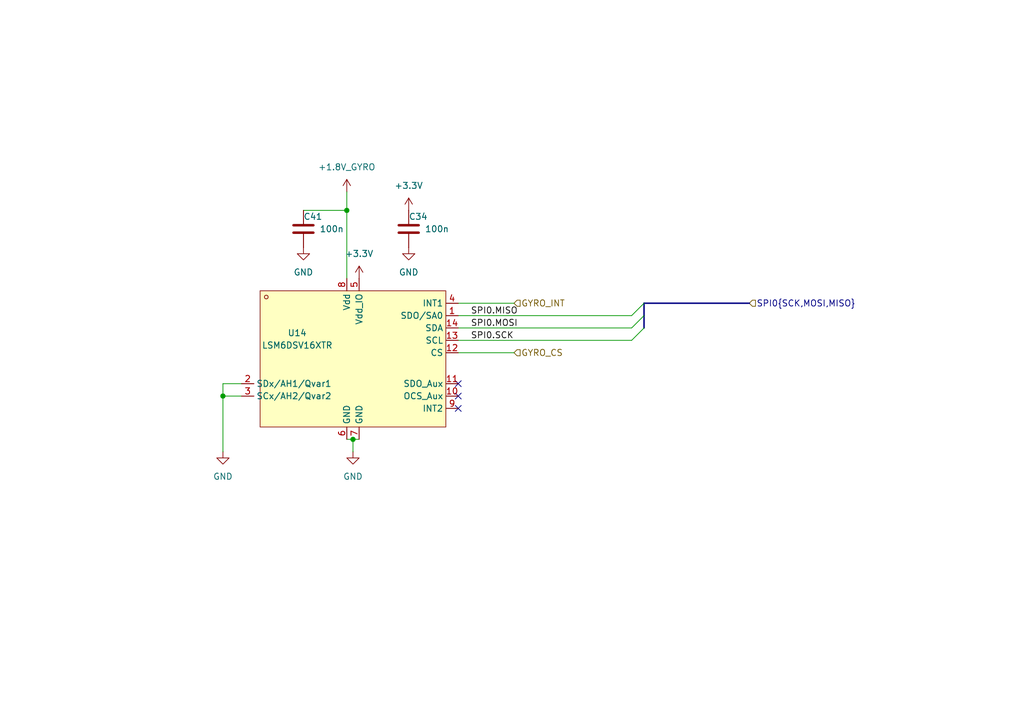
<source format=kicad_sch>
(kicad_sch (version 20250114) (generator "eeschema") (generator_version "9.0")
  (paper "A5")
  (lib_symbols
    (symbol "+3.3V_1" (power) (pin_numbers (hide yes)) (pin_names (offset 0) (hide yes))
      (property "Value" "+3.3V" (at 0 3.556 0))
      (symbol "+3.3V_1_0_1"
        (polyline (pts (xy -0.762 1.27) (xy 0 2.54)))
        (polyline (pts (xy 0 2.54) (xy 0.762 1.27)))
        (polyline (pts (xy 0 0) (xy 0 2.54)))
      )
      (symbol "+3.3V_1_1_1"
        (pin power_in line (at 0 0 90) (length 0) (name "~") (number "1"))
      )
    )
    (symbol "Device:C" (pin_numbers (hide yes)) (pin_names (offset 0.254))
      (property "Reference" "C" (at 0.635 2.54 0))
      (property "Value" "C" (at 0.635 -2.54 0))
      (symbol "C_0_1"
        (polyline (pts (xy -2.032 0.762) (xy 2.032 0.762)) (stroke (width 0.508)))
        (polyline (pts (xy -2.032 -0.762) (xy 2.032 -0.762)) (stroke (width 0.508)))
      )
      (symbol "C_1_1"
        (pin passive line (at 0 3.81 270) (length 2.794) (name "~") (number "1"))
        (pin passive line (at 0 -3.81 90) (length 2.794) (name "~") (number "2"))
      )
    )
    (symbol "lib:LSM6DSV16XTR"
      (property "Reference" "U" (at -1.27 12.7 0))
      (property "Value" "LSM6DSV16XTR" (at -16.51 -19.558 0))
      (symbol "LSM6DSV16XTR_0_1"
        (rectangle (start -19.05 10.16) (end 19.05 -17.78) (fill (type background)))
        (circle (center -17.78 8.89) (radius 0.38))
        (pin unspecified line (at -22.86 -8.89 0) (length 2.54) (name "SDx/AH1/Qvar1") (number "2"))
        (pin unspecified line (at -22.86 -11.43 0) (length 2.54) (name "SCx/AH2/Qvar2") (number "3"))
        (pin unspecified line (at -1.27 12.7 270) (length 2.54) (name "Vdd") (number "8"))
        (pin unspecified line (at -1.27 -20.32 90) (length 2.54) (name "GND") (number "6"))
        (pin unspecified line (at 1.27 12.7 270) (length 2.54) (name "Vdd_IO") (number "5"))
        (pin unspecified line (at 1.27 -20.32 90) (length 2.54) (name "GND") (number "7"))
        (pin unspecified line (at 21.59 7.62 180) (length 2.54) (name "INT1") (number "4"))
        (pin unspecified line (at 21.59 5.08 180) (length 2.54) (name "SDO/SA0") (number "1"))
        (pin unspecified line (at 21.59 2.54 180) (length 2.54) (name "SDA") (number "14"))
        (pin unspecified line (at 21.59 0 180) (length 2.54) (name "SCL") (number "13"))
        (pin unspecified line (at 21.59 -2.54 180) (length 2.54) (name "CS") (number "12"))
        (pin unspecified line (at 21.59 -8.89 180) (length 2.54) (name "SDO_Aux") (number "11"))
        (pin unspecified line (at 21.59 -11.43 180) (length 2.54) (name "OCS_Aux") (number "10"))
        (pin unspecified line (at 21.59 -13.97 180) (length 2.54) (name "INT2") (number "9"))
      )
    )
    (symbol "power:+3.3V" (power) (pin_numbers (hide yes)) (pin_names (offset 0) (hide yes))
      (property "Value" "+3.3V" (at 0 3.556 0))
      (symbol "+3.3V_0_1"
        (polyline (pts (xy -0.762 1.27) (xy 0 2.54)))
        (polyline (pts (xy 0 2.54) (xy 0.762 1.27)))
        (polyline (pts (xy 0 0) (xy 0 2.54)))
      )
      (symbol "+3.3V_1_1"
        (pin power_in line (at 0 0 90) (length 0) (name "~") (number "1"))
      )
    )
    (symbol "power:GND" (power) (pin_numbers (hide yes)) (pin_names (offset 0) (hide yes))
      (property "Value" "GND" (at 0 -3.81 0))
      (symbol "GND_0_1"
        (polyline (pts (xy 0 0) (xy 0 -1.27) (xy 1.27 -1.27) (xy 0 -2.54) (xy -1.27 -1.27) (xy 0 -1.27)))
      )
      (symbol "GND_1_1"
        (pin power_in line (at 0 0 270) (length 0) (name "~") (number "1"))
      )
    )
  )
  (junction (at 72.39 90.17))
  (junction (at 71.12 43.18))
  (junction (at 45.72 81.28))
  (no_connect (at 93.98 78.74))
  (no_connect (at 93.98 83.82))
  (no_connect (at 93.98 81.28))
  (bus_entry (at 129.54 67.31) (size 2.54 -2.54))
  (bus_entry (at 129.54 64.77) (size 2.54 -2.54))
  (bus_entry (at 129.54 69.85) (size 2.54 -2.54))
  (wire (pts (xy 93.98 72.39) (xy 105.41 72.39)))
  (wire (pts (xy 93.98 64.77) (xy 129.54 64.77)))
  (wire (pts (xy 71.12 39.37) (xy 71.12 43.18)))
  (wire (pts (xy 45.72 92.71) (xy 45.72 81.28)))
  (wire (pts (xy 71.12 90.17) (xy 72.39 90.17)))
  (wire (pts (xy 93.98 69.85) (xy 129.54 69.85)))
  (wire (pts (xy 93.98 62.23) (xy 105.41 62.23)))
  (bus (pts (xy 132.08 64.77) (xy 132.08 62.23)))
  (wire (pts (xy 45.72 81.28) (xy 49.53 81.28)))
  (wire (pts (xy 72.39 90.17) (xy 72.39 92.71)))
  (bus (pts (xy 132.08 62.23) (xy 153.67 62.23)))
  (bus (pts (xy 132.08 67.31) (xy 132.08 64.77)))
  (wire (pts (xy 72.39 90.17) (xy 73.66 90.17)))
  (wire (pts (xy 62.23 43.18) (xy 71.12 43.18)))
  (wire (pts (xy 93.98 67.31) (xy 129.54 67.31)))
  (wire (pts (xy 45.72 78.74) (xy 49.53 78.74)))
  (wire (pts (xy 45.72 81.28) (xy 45.72 78.74)))
  (wire (pts (xy 71.12 43.18) (xy 71.12 57.15)))
  (label "SPI0.MOSI" (at 96.52 67.31 0))
  (label "SPI0.MISO" (at 96.52 64.77 0))
  (label "SPI0.SCK" (at 96.52 69.85 0))
  (hierarchical_label "GYRO_CS" (shape input) (at 105.41 72.39 0))
  (hierarchical_label "SPI0{SCK,MOSI,MISO}" (shape input) (at 153.67 62.23 0))
  (hierarchical_label "GYRO_INT" (shape input) (at 105.41 62.23 0))
  (symbol (lib_name "+3.3V_1") (lib_id "power:+3.3V") (at 83.82 43.18 0) (unit 1)
    (property "Reference" "#PWR05" (effects (hide yes)))
    (property "Value" "+3.3V" (at 83.82 38.1 0))
    (property "Description" "Power symbol creates a global label with name \"+3.3V\"" (effects (hide yes)))
  )
  (symbol (lib_id "power:GND") (at 45.72 92.71 0) (unit 1)
    (property "Reference" "#PWR031" (effects (hide yes)))
    (property "Value" "GND" (at 45.72 97.79 0))
    (property "Description" "Power symbol creates a global label with name \"GND\" , ground" (effects (hide yes)))
  )
  (symbol (lib_id "power:GND") (at 83.82 50.8 0) (unit 1)
    (property "Reference" "#PWR010" (effects (hide yes)))
    (property "Value" "GND" (at 83.82 55.88 0))
    (property "Description" "Power symbol creates a global label with name \"GND\" , ground" (effects (hide yes)))
  )
  (symbol (lib_id "Device:C") (at 62.23 46.99 0) (unit 1)
    (property "Reference" "C41" (at 62.23 44.45 0) (effects (justify left)))
    (property "Value" "100n" (at 65.532 46.99 0) (effects (justify left)))
    (property "Footprint" "Capacitor_SMD:C_0201_0603Metric" (effects (hide yes)))
    (property "LCSC" "C76939" (effects (hide yes)))
  )
  (symbol (lib_id "power:+3.3V") (at 71.12 39.37 0) (unit 1)
    (property "Reference" "#PWR0144" (effects (hide yes)))
    (property "Value" "+1.8V_GYRO" (at 71.12 34.29 0))
    (property "Description" "Power symbol creates a global label with name \"+3.3V\"" (effects (hide yes)))
  )
  (symbol (lib_id "lib:LSM6DSV16XTR") (at 72.39 69.85 0) (unit 1)
    (property "Reference" "U14" (at 60.96 68.326 0))
    (property "Value" "LSM6DSV16XTR" (at 60.96 70.866 0))
    (property "Footprint" "lib:LGA-14_L3.0-W2.5-P0.50-BR" (effects (hide yes)))
    (property "LCSC Part" "C5267406" (effects (hide yes)))
  )
  (symbol (lib_id "power:GND") (at 62.23 50.8 0) (unit 1)
    (property "Reference" "#PWR0146" (effects (hide yes)))
    (property "Value" "GND" (at 62.23 55.88 0))
    (property "Description" "Power symbol creates a global label with name \"GND\" , ground" (effects (hide yes)))
  )
  (symbol (lib_id "power:GND") (at 72.39 92.71 0) (unit 1)
    (property "Reference" "#PWR0145" (effects (hide yes)))
    (property "Value" "GND" (at 72.39 97.79 0))
    (property "Description" "Power symbol creates a global label with name \"GND\" , ground" (effects (hide yes)))
  )
  (symbol (lib_id "Device:C") (at 83.82 46.99 0) (unit 1)
    (property "Reference" "C34" (at 83.82 44.45 0) (effects (justify left)))
    (property "Value" "100n" (at 87.122 46.99 0) (effects (justify left)))
    (property "Footprint" "Capacitor_SMD:C_0201_0603Metric" (effects (hide yes)))
    (property "LCSC" "C76939" (effects (hide yes)))
  )
  (symbol (lib_name "+3.3V_1") (lib_id "power:+3.3V") (at 73.66 57.15 0) (unit 1)
    (property "Reference" "#PWR078" (effects (hide yes)))
    (property "Value" "+3.3V" (at 73.66 52.07 0))
    (property "Description" "Power symbol creates a global label with name \"+3.3V\"" (effects (hide yes)))
  )
)
</source>
